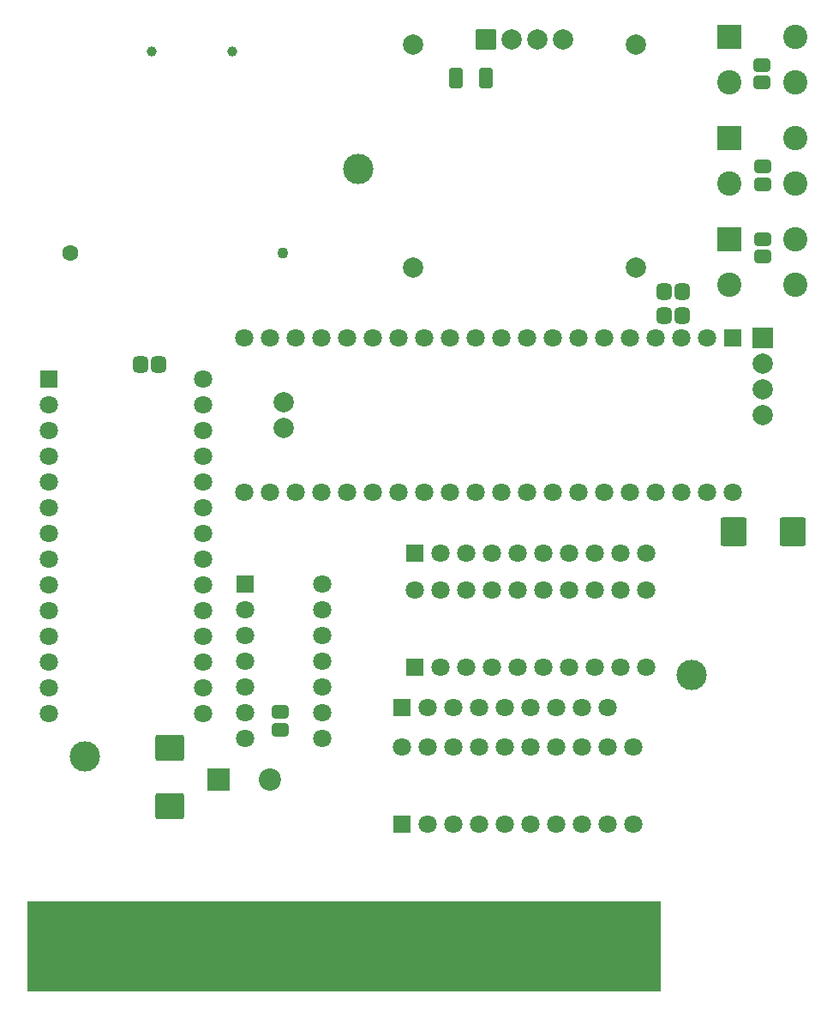
<source format=gbs>
G04 DipTrace 4.2.0.1*
G04 KKV_BottomMask.gbr*
%MOMM*%
G04 #@! TF.FileFunction,Soldermask,Bot*
G04 #@! TF.Part,Single*
%AMOUTLINE1*
4,1,28,
0.33658,-1.00999,
-0.33653,-1.01001,
-0.42079,-0.99892,
-0.50541,-0.96387,
-0.57808,-0.90811,
-0.63384,-0.83545,
-0.66889,-0.75082,
-0.67999,-0.66657,
-0.68001,0.66654,
-0.66892,0.7508,
-0.63387,0.83542,
-0.57812,0.90808,
-0.50545,0.96385,
-0.42083,0.9989,
-0.33658,1.00999,
0.33653,1.01001,
0.42079,0.99892,
0.50541,0.96387,
0.57808,0.90811,
0.63384,0.83545,
0.66889,0.75082,
0.67999,0.66657,
0.68001,-0.66654,
0.66892,-0.7508,
0.63387,-0.83542,
0.57812,-0.90808,
0.50545,-0.96385,
0.42083,-0.9989,
0.33658,-1.00999,
0*%
%AMOUTLINE4*
4,1,28,
-0.33658,1.00999,
0.33653,1.01001,
0.42079,0.99892,
0.50541,0.96387,
0.57808,0.90811,
0.63384,0.83545,
0.66889,0.75082,
0.67999,0.66657,
0.68001,-0.66654,
0.66892,-0.7508,
0.63387,-0.83542,
0.57812,-0.90808,
0.50545,-0.96385,
0.42083,-0.9989,
0.33658,-1.00999,
-0.33653,-1.01001,
-0.42079,-0.99892,
-0.50541,-0.96387,
-0.57808,-0.90811,
-0.63384,-0.83545,
-0.66889,-0.75082,
-0.67999,-0.66657,
-0.68001,0.66654,
-0.66892,0.7508,
-0.63387,0.83542,
-0.57812,0.90808,
-0.50545,0.96385,
-0.42083,0.9989,
-0.33658,1.00999,
0*%
%AMOUTLINE13*
4,1,28,
-0.835,-0.31155,
-0.835,0.31155,
-0.82391,0.39581,
-0.78886,0.48043,
-0.7331,0.5531,
-0.66043,0.60886,
-0.57581,0.64391,
-0.49155,0.655,
0.49155,0.655,
0.57581,0.64391,
0.66043,0.60886,
0.7331,0.5531,
0.78886,0.48043,
0.82391,0.39581,
0.835,0.31155,
0.835,-0.31155,
0.82391,-0.39581,
0.78886,-0.48043,
0.7331,-0.5531,
0.66043,-0.60886,
0.57581,-0.64391,
0.49155,-0.655,
-0.49155,-0.655,
-0.57581,-0.64391,
-0.66043,-0.60886,
-0.7331,-0.5531,
-0.78886,-0.48043,
-0.82391,-0.39581,
-0.835,-0.31155,
0*%
%AMOUTLINE16*
4,1,28,
0.835,0.31155,
0.835,-0.31155,
0.82391,-0.39581,
0.78886,-0.48043,
0.7331,-0.5531,
0.66043,-0.60886,
0.57581,-0.64391,
0.49155,-0.655,
-0.49155,-0.655,
-0.57581,-0.64391,
-0.66043,-0.60886,
-0.7331,-0.5531,
-0.78886,-0.48043,
-0.82391,-0.39581,
-0.835,-0.31155,
-0.835,0.31155,
-0.82391,0.39581,
-0.78886,0.48043,
-0.7331,0.5531,
-0.66043,0.60886,
-0.57581,0.64391,
-0.49155,0.655,
0.49155,0.655,
0.57581,0.64391,
0.66043,0.60886,
0.7331,0.5531,
0.78886,0.48043,
0.82391,0.39581,
0.835,0.31155,
0*%
%AMOUTLINE19*
4,1,28,
-1.25,-1.23755,
-1.25,1.23755,
-1.24507,1.27496,
-1.22811,1.31593,
-1.20111,1.35111,
-1.16593,1.37811,
-1.12496,1.39507,
-1.08755,1.4,
1.08755,1.4,
1.12496,1.39507,
1.16593,1.37811,
1.20111,1.35111,
1.22811,1.31593,
1.24507,1.27496,
1.25,1.23755,
1.25,-1.23755,
1.24507,-1.27496,
1.22811,-1.31593,
1.20111,-1.35111,
1.16593,-1.37811,
1.12496,-1.39507,
1.08755,-1.4,
-1.08755,-1.4,
-1.12496,-1.39507,
-1.16593,-1.37811,
-1.20111,-1.35111,
-1.22811,-1.31593,
-1.24507,-1.27496,
-1.25,-1.23755,
0*%
%AMOUTLINE22*
4,1,28,
1.23755,-1.25,
-1.23755,-1.25,
-1.27496,-1.24507,
-1.31593,-1.22811,
-1.35111,-1.20111,
-1.37811,-1.16593,
-1.39507,-1.12496,
-1.4,-1.08755,
-1.4,1.08755,
-1.39507,1.12496,
-1.37811,1.16593,
-1.35111,1.20111,
-1.31593,1.22811,
-1.27496,1.24507,
-1.23755,1.25,
1.23755,1.25,
1.27496,1.24507,
1.31593,1.22811,
1.35111,1.20111,
1.37811,1.16593,
1.39507,1.12496,
1.4,1.08755,
1.4,-1.08755,
1.39507,-1.12496,
1.37811,-1.16593,
1.35111,-1.20111,
1.31593,-1.22811,
1.27496,-1.24507,
1.23755,-1.25,
0*%
%AMOUTLINE25*
4,1,28,
-0.90655,4.1,
0.90655,4.1,
0.95199,4.09402,
1.00043,4.07395,
1.04203,4.04203,
1.07395,4.00043,
1.09402,3.95199,
1.1,3.90655,
1.1,-3.90655,
1.09402,-3.95199,
1.07395,-4.00043,
1.04203,-4.04203,
1.00043,-4.07395,
0.95199,-4.09402,
0.90655,-4.1,
-0.90655,-4.1,
-0.95199,-4.09402,
-1.00043,-4.07395,
-1.04203,-4.04203,
-1.07395,-4.00043,
-1.09402,-3.95199,
-1.1,-3.90655,
-1.1,3.90655,
-1.09402,3.95199,
-1.07395,4.00043,
-1.04203,4.04203,
-1.00043,4.07395,
-0.95199,4.09402,
-0.90655,4.1,
0*%
%AMOUTLINE34*
4,1,28,
-0.32492,0.81,
0.32492,0.81,
0.43031,0.79613,
0.53462,0.75292,
0.62419,0.68419,
0.69292,0.59462,
0.73613,0.49031,
0.75,0.38492,
0.75,-0.38492,
0.73613,-0.49031,
0.69292,-0.59462,
0.62419,-0.68419,
0.53462,-0.75292,
0.43031,-0.79613,
0.32492,-0.81,
-0.32492,-0.81,
-0.43031,-0.79613,
-0.53462,-0.75292,
-0.62419,-0.68419,
-0.69292,-0.59462,
-0.73613,-0.49031,
-0.75,-0.38492,
-0.75,0.38492,
-0.73613,0.49031,
-0.69292,0.59462,
-0.62419,0.68419,
-0.53462,0.75292,
-0.43031,0.79613,
-0.32492,0.81,
0*%
%AMOUTLINE37*
4,1,28,
0.32492,-0.81,
-0.32492,-0.81,
-0.43031,-0.79613,
-0.53462,-0.75292,
-0.62419,-0.68419,
-0.69292,-0.59462,
-0.73613,-0.49031,
-0.75,-0.38492,
-0.75,0.38492,
-0.73613,0.49031,
-0.69292,0.59462,
-0.62419,0.68419,
-0.53462,0.75292,
-0.43031,0.79613,
-0.32492,0.81,
0.32492,0.81,
0.43031,0.79613,
0.53462,0.75292,
0.62419,0.68419,
0.69292,0.59462,
0.73613,0.49031,
0.75,0.38492,
0.75,-0.38492,
0.73613,-0.49031,
0.69292,-0.59462,
0.62419,-0.68419,
0.53462,-0.75292,
0.43031,-0.79613,
0.32492,-0.81,
0*%
%AMOUTLINE40*
4,1,28,
-0.81655,1.0,
0.81655,1.0,
0.8594,0.99436,
0.90543,0.97529,
0.94496,0.94496,
0.97529,0.90543,
0.99436,0.8594,
1.0,0.81655,
1.0,-0.81655,
0.99436,-0.8594,
0.97529,-0.90543,
0.94496,-0.94496,
0.90543,-0.97529,
0.8594,-0.99436,
0.81655,-1.0,
-0.81655,-1.0,
-0.8594,-0.99436,
-0.90543,-0.97529,
-0.94496,-0.94496,
-0.97529,-0.90543,
-0.99436,-0.8594,
-1.0,-0.81655,
-1.0,0.81655,
-0.99436,0.8594,
-0.97529,0.90543,
-0.94496,0.94496,
-0.90543,0.97529,
-0.8594,0.99436,
-0.81655,1.0,
0*%
%ADD20C,1.0*%
%ADD25C,2.0*%
%ADD26R,2.0X2.0*%
%ADD28R,1.8X1.8*%
%ADD29C,1.8*%
%ADD32R,2.2X2.2*%
%ADD36C,3.0*%
%ADD37C,1.1*%
%ADD38C,1.6*%
%ADD43R,1.7X1.7*%
%ADD45C,2.4*%
%ADD46C,2.0*%
%ADD47R,2.4X2.4*%
%ADD50C,2.2*%
%ADD56OUTLINE1*%
%ADD59OUTLINE4*%
%ADD68OUTLINE13*%
%ADD71OUTLINE16*%
%ADD74OUTLINE19*%
%ADD77OUTLINE22*%
%ADD80OUTLINE25*%
%ADD89OUTLINE34*%
%ADD92OUTLINE37*%
%ADD95OUTLINE40*%
%FSLAX35Y35*%
G04*
G71*
G90*
G75*
G01*
G04 BotMask*
%LPD*%
D56*
X-3634000Y-604003D3*
D59*
X-3339000Y-603997D3*
D50*
X-5467203Y-7529443D3*
D32*
X-5975203D3*
D68*
X-606000Y-478000D3*
D71*
Y-648000D3*
D68*
X-601400Y-1481000D3*
D71*
Y-1651000D3*
X-601000Y-2370000D3*
D68*
Y-2200000D3*
D74*
X-889000Y-5080000D3*
X-309000D3*
D68*
X-5369300Y-6865800D3*
D71*
Y-7035800D3*
D77*
X-6459000Y-7794000D3*
Y-7214000D3*
D36*
X-4600000Y-1500000D3*
X-1300000Y-6500000D3*
X-7300000Y-7300000D3*
D26*
X-603550Y-3168700D3*
D46*
Y-3422700D3*
Y-3676700D3*
Y-3930700D3*
X-5334770Y-3809300D3*
Y-4063300D3*
D80*
X-1864190Y-9207283D3*
X-2114190D3*
X-2364190D3*
X-2614190D3*
X-2864190D3*
X-3114190D3*
X-3364190D3*
X-3614190D3*
X-3864190D3*
X-4114190D3*
X-4364190D3*
X-4614190D3*
X-4864190D3*
X-5114190D3*
X-5364190D3*
X-5614190D3*
X-5864190D3*
X-6114190D3*
X-6364190D3*
X-6614190D3*
X-6864190D3*
X-7114190D3*
X-7364190D3*
X-7614190D3*
D89*
X-1394767Y-2714757D3*
D92*
X-1573767D3*
D89*
X-1394040Y-2953053D3*
D92*
X-1573040D3*
X-6750000Y-3430000D3*
D89*
X-6571000D3*
D28*
X-4039723Y-5292210D3*
D29*
X-3785723D3*
X-3531723D3*
X-3277723D3*
X-3023723D3*
X-2769723D3*
X-2515723D3*
X-2261723D3*
X-2007723D3*
X-1753723D3*
D28*
X-4166850Y-6819367D3*
D29*
X-3912850D3*
X-3658850D3*
X-3404850D3*
X-3150850D3*
X-2896850D3*
X-2642850D3*
X-2388850D3*
X-2134850D3*
D47*
X-928500Y-197733D3*
D45*
X-928513Y-647733D3*
X-278487D3*
X-278500Y-197733D3*
D47*
X-928500Y-1197733D3*
D45*
X-928513Y-1647733D3*
X-278487D3*
X-278500Y-1197733D3*
D47*
X-928500Y-2197733D3*
D45*
X-928513Y-2647733D3*
X-278487D3*
X-278500Y-2197733D3*
D43*
X-893533Y-3174050D3*
D29*
X-1147533D3*
X-1401533D3*
X-1655533D3*
X-1909533D3*
X-2163533D3*
X-2417533D3*
X-2671533D3*
X-2925533D3*
X-3179533D3*
X-3433533D3*
X-3687533D3*
X-3941533D3*
X-4195533D3*
X-4449533D3*
X-4703533D3*
X-4957533D3*
X-5211533D3*
X-5465533D3*
X-5719533D3*
Y-4698050D3*
X-5465533D3*
X-5211533D3*
X-4957533D3*
X-4703533D3*
X-4449533D3*
X-4195533D3*
X-3941533D3*
X-3687533D3*
X-3433533D3*
X-3179533D3*
X-2925533D3*
X-2671533D3*
X-2417533D3*
X-2163533D3*
X-1909533D3*
X-1655533D3*
X-1401533D3*
X-1147533D3*
X-893533D3*
D43*
X-7653413Y-3574990D3*
D29*
Y-3828990D3*
Y-4082990D3*
Y-4336990D3*
Y-4590990D3*
Y-4844990D3*
Y-5098990D3*
Y-5352990D3*
Y-5606990D3*
Y-5860990D3*
Y-6114990D3*
Y-6368990D3*
Y-6622990D3*
Y-6876990D3*
X-6133413D3*
Y-6622990D3*
Y-6368990D3*
Y-6114990D3*
Y-5860990D3*
Y-5606990D3*
Y-5352990D3*
Y-5098990D3*
Y-4844990D3*
Y-4590990D3*
Y-4336990D3*
Y-4082990D3*
Y-3828990D3*
Y-3574990D3*
D43*
X-5715643Y-5597223D3*
D29*
Y-5851223D3*
Y-6105223D3*
Y-6359223D3*
Y-6613223D3*
Y-6867223D3*
Y-7121223D3*
X-4953643D3*
Y-6867223D3*
Y-6613223D3*
Y-6359223D3*
Y-6105223D3*
Y-5851223D3*
Y-5597223D3*
D43*
X-4039670Y-6423200D3*
D29*
X-3785670D3*
X-3531670D3*
X-3277670D3*
X-3023667D3*
X-2769667D3*
X-2515670D3*
X-2261667D3*
X-2007667D3*
X-1753670D3*
X-4039667Y-5661200D3*
X-3785667D3*
X-3531667D3*
X-3277670D3*
X-3023667D3*
X-2769667D3*
X-2515670D3*
X-2261667D3*
X-2007667D3*
X-1753670D3*
D43*
X-4165480Y-7975227D3*
D29*
X-3911480D3*
X-3657480D3*
X-3403480D3*
X-3149477D3*
X-2895477D3*
X-2641480D3*
X-2387477D3*
X-2133477D3*
X-1879480D3*
X-4165477Y-7213227D3*
X-3911477D3*
X-3657477D3*
X-3403480D3*
X-3149477D3*
X-2895477D3*
X-2641480D3*
X-2387477D3*
X-2133477D3*
X-1879480D3*
D46*
X-2828250Y-224733D3*
X-2574250D3*
X-3082250D3*
D95*
X-3336250D3*
D25*
X-4055250Y-2474733D3*
X-1855250Y-274733D3*
X-4055250D3*
X-1855250Y-2474733D3*
D20*
X-5844000Y-341000D3*
X-6642000D3*
D37*
X-5340113Y-2332450D3*
D38*
X-7440113D3*
G36*
X-7862010Y-8735010D2*
X-1612413D1*
Y-9623123D1*
X-7862010D1*
Y-8735010D1*
G37*
M02*

</source>
